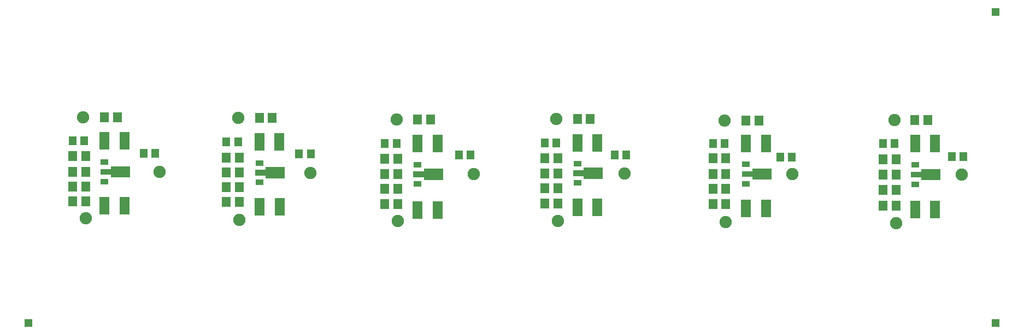
<source format=gbp>
G04 Layer_Color=128*
%FSLAX25Y25*%
%MOIN*%
G70*
G01*
G75*
%ADD10R,0.05512X0.05906*%
%ADD11C,0.07500*%
%ADD12R,0.04724X0.05512*%
%ADD13R,0.05906X0.11024*%
%ADD14R,0.05118X0.03543*%
%ADD15R,0.05000X0.05000*%
G36*
X66951Y93931D02*
X55219D01*
Y95569D01*
X48841D01*
Y99112D01*
X55219D01*
Y100750D01*
X66951D01*
Y93931D01*
D02*
G37*
G36*
X161451Y93331D02*
X149719D01*
Y94968D01*
X143341D01*
Y98512D01*
X149719D01*
Y100150D01*
X161451D01*
Y93331D01*
D02*
G37*
G36*
X355435Y93050D02*
X343702D01*
Y94688D01*
X337324D01*
Y98232D01*
X343702D01*
Y99869D01*
X355435D01*
Y93050D01*
D02*
G37*
G36*
X458291Y92550D02*
X446559D01*
Y94188D01*
X440181D01*
Y97732D01*
X446559D01*
Y99369D01*
X458291D01*
Y92550D01*
D02*
G37*
G36*
X257894Y92391D02*
X246162D01*
Y94028D01*
X239784D01*
Y97572D01*
X246162D01*
Y99209D01*
X257894D01*
Y92391D01*
D02*
G37*
G36*
X561446Y92190D02*
X549713D01*
Y93828D01*
X543335D01*
Y97372D01*
X549713D01*
Y99010D01*
X561446D01*
Y92190D01*
D02*
G37*
D10*
X39825Y79440D02*
D03*
X31951D02*
D03*
X230297Y77540D02*
D03*
X222423D02*
D03*
X422520Y105500D02*
D03*
X430394D02*
D03*
Y77500D02*
D03*
X422520D02*
D03*
X526374Y104940D02*
D03*
X534248D02*
D03*
Y76740D02*
D03*
X526374D02*
D03*
X31951Y97250D02*
D03*
X39825D02*
D03*
X31951Y88440D02*
D03*
X39825D02*
D03*
X31951Y106940D02*
D03*
X39825D02*
D03*
X133537Y79000D02*
D03*
X125663D02*
D03*
X125651Y96840D02*
D03*
X133525D02*
D03*
X125751Y106040D02*
D03*
X133625D02*
D03*
X222423Y95800D02*
D03*
X230297D02*
D03*
X222423Y105440D02*
D03*
X230297D02*
D03*
X319935Y87360D02*
D03*
X327809D02*
D03*
X319935Y105460D02*
D03*
X327809D02*
D03*
X319935Y96454D02*
D03*
X327809D02*
D03*
X339863Y129660D02*
D03*
X347737D02*
D03*
X442720Y128700D02*
D03*
X450594D02*
D03*
X422520Y87000D02*
D03*
X430394D02*
D03*
X422520Y95954D02*
D03*
X430394D02*
D03*
X526374Y86340D02*
D03*
X534248D02*
D03*
X526374Y95595D02*
D03*
X534248D02*
D03*
X545776Y128800D02*
D03*
X553650D02*
D03*
X125663Y88000D02*
D03*
X133537D02*
D03*
X222423Y86840D02*
D03*
X230297D02*
D03*
X327837Y78100D02*
D03*
X319963D02*
D03*
X51351Y130459D02*
D03*
X59225D02*
D03*
X145851Y130240D02*
D03*
X153725D02*
D03*
X242295Y129400D02*
D03*
X250168D02*
D03*
D11*
X38432Y130640D02*
D03*
X39825Y68940D02*
D03*
X177088Y96740D02*
D03*
X229503Y129400D02*
D03*
X230288Y67240D02*
D03*
X368700Y96454D02*
D03*
X574411Y95600D02*
D03*
X84888Y97340D02*
D03*
X132832Y130240D02*
D03*
X133725Y67940D02*
D03*
X276660Y95800D02*
D03*
X327043Y129660D02*
D03*
X327809Y67400D02*
D03*
X429600Y128700D02*
D03*
X430394Y66600D02*
D03*
X471057Y95900D02*
D03*
X533454Y128800D02*
D03*
X534248Y66040D02*
D03*
D12*
X75257Y108500D02*
D03*
X82343D02*
D03*
X170057Y108400D02*
D03*
X177143D02*
D03*
X568357Y106600D02*
D03*
X575443D02*
D03*
X31945Y116140D02*
D03*
X39031D02*
D03*
X125745Y115640D02*
D03*
X132832D02*
D03*
X222416Y114700D02*
D03*
X229503D02*
D03*
X267457Y107600D02*
D03*
X274543D02*
D03*
X319957Y114860D02*
D03*
X327043D02*
D03*
X526368Y114500D02*
D03*
X533454D02*
D03*
X422513Y114538D02*
D03*
X429600D02*
D03*
X463485Y106360D02*
D03*
X470572D02*
D03*
X362657Y107500D02*
D03*
X369743D02*
D03*
D13*
X158160Y75940D02*
D03*
X145955D02*
D03*
X158090Y115540D02*
D03*
X145886D02*
D03*
X352074Y114860D02*
D03*
X339869D02*
D03*
X352102Y75500D02*
D03*
X339898D02*
D03*
X454959Y75100D02*
D03*
X442754D02*
D03*
X558113Y74340D02*
D03*
X545909D02*
D03*
X454959Y114500D02*
D03*
X442754D02*
D03*
X558085Y114500D02*
D03*
X545880D02*
D03*
X63591Y76640D02*
D03*
X51386D02*
D03*
X63591Y116140D02*
D03*
X51386D02*
D03*
X254634Y74000D02*
D03*
X242429D02*
D03*
X254534Y114700D02*
D03*
X242329D02*
D03*
D14*
X545894Y95595D02*
D03*
Y101505D02*
D03*
Y89694D02*
D03*
X339883Y96454D02*
D03*
Y102365D02*
D03*
Y90554D02*
D03*
X442740Y95954D02*
D03*
Y101865D02*
D03*
Y90054D02*
D03*
X51400Y97335D02*
D03*
Y103246D02*
D03*
Y91435D02*
D03*
X145900Y96735D02*
D03*
Y102646D02*
D03*
Y90835D02*
D03*
X242343Y95794D02*
D03*
Y101706D02*
D03*
Y89894D02*
D03*
D15*
X595000Y5000D02*
D03*
X5000D02*
D03*
X595000Y195000D02*
D03*
M02*

</source>
